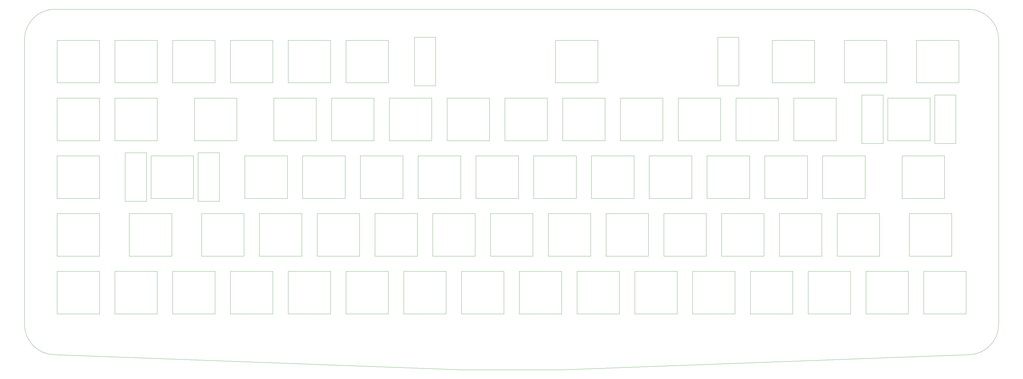
<source format=gm1>
%TF.GenerationSoftware,KiCad,Pcbnew,(6.0.11-0)*%
%TF.CreationDate,2023-07-18T22:07:46+01:00*%
%TF.ProjectId,ltbs-top,6c746273-2d74-46f7-902e-6b696361645f,0.3*%
%TF.SameCoordinates,Original*%
%TF.FileFunction,Profile,NP*%
%FSLAX46Y46*%
G04 Gerber Fmt 4.6, Leading zero omitted, Abs format (unit mm)*
G04 Created by KiCad (PCBNEW (6.0.11-0)) date 2023-07-18 22:07:46*
%MOMM*%
%LPD*%
G01*
G04 APERTURE LIST*
%TA.AperFunction,Profile*%
%ADD10C,0.100000*%
%TD*%
G04 APERTURE END LIST*
D10*
X223025000Y-122875000D02*
X223025000Y-108875000D01*
X333000000Y-136400000D02*
G75*
G03*
X343000000Y-126400000I0J10000000D01*
G01*
X237312500Y-65725000D02*
X237312500Y-51725000D01*
X282268750Y-32650000D02*
X282268750Y-46650000D01*
X46525000Y-51725000D02*
X46525000Y-65725000D01*
X306368750Y-51725000D02*
X320368750Y-51725000D01*
X70337500Y-89825000D02*
X70337500Y-103825000D01*
X284937500Y-70775000D02*
X298937500Y-70775000D01*
X333000000Y-22400000D02*
X31800000Y-22400000D01*
X108725000Y-122875000D02*
X108725000Y-108875000D01*
X227787500Y-70775000D02*
X241787500Y-70775000D01*
X127775000Y-122875000D02*
X127775000Y-108875000D01*
X166354465Y-141384442D02*
X198445535Y-141384442D01*
X51575000Y-108875000D02*
X65575000Y-108875000D01*
X268268750Y-32650000D02*
X282268750Y-32650000D01*
X46525000Y-46650000D02*
X32525000Y-46650000D01*
X89675000Y-46650000D02*
X89675000Y-32650000D01*
X127775000Y-32650000D02*
X141775000Y-32650000D01*
X242075000Y-108875000D02*
X256075000Y-108875000D01*
X156350000Y-103825000D02*
X156350000Y-89825000D01*
X313512500Y-103825000D02*
X313512500Y-89825000D01*
X113487500Y-70775000D02*
X127487500Y-70775000D01*
X103675000Y-46650000D02*
X89675000Y-46650000D01*
X227787500Y-84775000D02*
X227787500Y-70775000D01*
X65575000Y-122875000D02*
X51575000Y-122875000D01*
X203687500Y-70775000D02*
X203687500Y-84775000D01*
X46525000Y-89825000D02*
X46525000Y-103825000D01*
X32525000Y-108875000D02*
X46525000Y-108875000D01*
X210831250Y-46650000D02*
X196831250Y-46650000D01*
X241787500Y-70775000D02*
X241787500Y-84775000D01*
X32525000Y-32650000D02*
X46525000Y-32650000D01*
X77768750Y-65725000D02*
X77768750Y-51725000D01*
X303700000Y-103825000D02*
X289700000Y-103825000D01*
X320368750Y-65725000D02*
X306368750Y-65725000D01*
X275412500Y-51725000D02*
X289412500Y-51725000D01*
X51575000Y-32650000D02*
X65575000Y-32650000D01*
X213500000Y-89825000D02*
X227500000Y-89825000D01*
X251600000Y-89825000D02*
X265600000Y-89825000D01*
X108437500Y-84775000D02*
X94437500Y-84775000D01*
X77481250Y-70775000D02*
X77481250Y-84775000D01*
X65575000Y-108875000D02*
X65575000Y-122875000D01*
X198445535Y-141384442D02*
X333000000Y-136400000D01*
X270650000Y-89825000D02*
X284650000Y-89825000D01*
X132250000Y-103825000D02*
X118250000Y-103825000D01*
X175112500Y-51725000D02*
X175112500Y-65725000D01*
X327512500Y-103825000D02*
X313512500Y-103825000D01*
X184637500Y-70775000D02*
X184637500Y-84775000D01*
X21800000Y-126400000D02*
G75*
G03*
X31800000Y-136400000I10000000J0D01*
G01*
X265600000Y-103825000D02*
X251600000Y-103825000D01*
X194450000Y-89825000D02*
X208450000Y-89825000D01*
X241787500Y-84775000D02*
X227787500Y-84775000D01*
X141775000Y-122875000D02*
X127775000Y-122875000D01*
X265887500Y-70775000D02*
X279887500Y-70775000D01*
X237312500Y-51725000D02*
X251312500Y-51725000D01*
X94437500Y-84775000D02*
X94437500Y-70775000D01*
X343000000Y-32400000D02*
G75*
G03*
X333000000Y-22400000I-10000000J0D01*
G01*
X175112500Y-65725000D02*
X161112500Y-65725000D01*
X137300000Y-89825000D02*
X151300000Y-89825000D01*
X151300000Y-89825000D02*
X151300000Y-103825000D01*
X165587500Y-84775000D02*
X151587500Y-84775000D01*
X118250000Y-103825000D02*
X118250000Y-89825000D01*
X113200000Y-103825000D02*
X99200000Y-103825000D01*
X313225000Y-122875000D02*
X299225000Y-122875000D01*
X46525000Y-65725000D02*
X32525000Y-65725000D01*
X270362500Y-51725000D02*
X270362500Y-65725000D01*
X132537500Y-70775000D02*
X146537500Y-70775000D01*
X160825000Y-122875000D02*
X146825000Y-122875000D01*
X46525000Y-70775000D02*
X46525000Y-84775000D01*
X208450000Y-103825000D02*
X194450000Y-103825000D01*
X289700000Y-103825000D02*
X289700000Y-89825000D01*
X99200000Y-103825000D02*
X99200000Y-89825000D01*
X242075000Y-122875000D02*
X242075000Y-108875000D01*
X261125000Y-108875000D02*
X275125000Y-108875000D01*
X213500000Y-103825000D02*
X213500000Y-89825000D01*
X141775000Y-108875000D02*
X141775000Y-122875000D01*
X199212500Y-65725000D02*
X199212500Y-51725000D01*
X260837500Y-84775000D02*
X246837500Y-84775000D01*
X84625000Y-108875000D02*
X84625000Y-122875000D01*
X227500000Y-103825000D02*
X213500000Y-103825000D01*
X213212500Y-65725000D02*
X199212500Y-65725000D01*
X311131250Y-84775000D02*
X311131250Y-70775000D01*
X137300000Y-103825000D02*
X137300000Y-89825000D01*
X54981250Y-69775000D02*
X61981250Y-69775000D01*
X61981250Y-69775000D02*
X61981250Y-85775000D01*
X61981250Y-85775000D02*
X54981250Y-85775000D01*
X54981250Y-85775000D02*
X54981250Y-69775000D01*
X313225000Y-108875000D02*
X313225000Y-122875000D01*
X63481250Y-70775000D02*
X77481250Y-70775000D01*
X151587500Y-70775000D02*
X165587500Y-70775000D01*
X32525000Y-103825000D02*
X32525000Y-89825000D01*
X56337500Y-103825000D02*
X56337500Y-89825000D01*
X218262500Y-51725000D02*
X232262500Y-51725000D01*
X250331250Y-31650000D02*
X257331250Y-31650000D01*
X257331250Y-31650000D02*
X257331250Y-47650000D01*
X257331250Y-47650000D02*
X250331250Y-47650000D01*
X250331250Y-47650000D02*
X250331250Y-31650000D01*
X32525000Y-46650000D02*
X32525000Y-32650000D01*
X165875000Y-108875000D02*
X179875000Y-108875000D01*
X32525000Y-51725000D02*
X46525000Y-51725000D01*
X165587500Y-70775000D02*
X165587500Y-84775000D01*
X318275000Y-108875000D02*
X332275000Y-108875000D01*
X127487500Y-84775000D02*
X113487500Y-84775000D01*
X32525000Y-122875000D02*
X32525000Y-108875000D01*
X210831250Y-32650000D02*
X210831250Y-46650000D01*
X94150000Y-103825000D02*
X80150000Y-103825000D01*
X108725000Y-108875000D02*
X122725000Y-108875000D01*
X232262500Y-65725000D02*
X218262500Y-65725000D01*
X146825000Y-108875000D02*
X160825000Y-108875000D01*
X327512500Y-89825000D02*
X327512500Y-103825000D01*
X189400000Y-89825000D02*
X189400000Y-103825000D01*
X292081250Y-46650000D02*
X292081250Y-32650000D01*
X208737500Y-70775000D02*
X222737500Y-70775000D01*
X315893750Y-46650000D02*
X315893750Y-32650000D01*
X31800000Y-22400000D02*
G75*
G03*
X21800000Y-32400000I0J-10000000D01*
G01*
X91768750Y-51725000D02*
X91768750Y-65725000D01*
X297868750Y-50725000D02*
X304868750Y-50725000D01*
X304868750Y-50725000D02*
X304868750Y-66725000D01*
X304868750Y-66725000D02*
X297868750Y-66725000D01*
X297868750Y-66725000D02*
X297868750Y-50725000D01*
X203975000Y-122875000D02*
X203975000Y-108875000D01*
X282268750Y-46650000D02*
X268268750Y-46650000D01*
X21800000Y-32400000D02*
X21800000Y-126400000D01*
X180162500Y-51725000D02*
X194162500Y-51725000D01*
X51575000Y-51725000D02*
X65575000Y-51725000D01*
X184925000Y-122875000D02*
X184925000Y-108875000D01*
X122725000Y-46650000D02*
X108725000Y-46650000D01*
X198925000Y-122875000D02*
X184925000Y-122875000D01*
X127775000Y-46650000D02*
X127775000Y-32650000D01*
X246550000Y-103825000D02*
X232550000Y-103825000D01*
X294175000Y-108875000D02*
X294175000Y-122875000D01*
X217975000Y-108875000D02*
X217975000Y-122875000D01*
X261125000Y-122875000D02*
X261125000Y-108875000D01*
X246837500Y-84775000D02*
X246837500Y-70775000D01*
X78981250Y-69775000D02*
X85981250Y-69775000D01*
X85981250Y-69775000D02*
X85981250Y-85775000D01*
X85981250Y-85775000D02*
X78981250Y-85775000D01*
X78981250Y-85775000D02*
X78981250Y-69775000D01*
X141775000Y-32650000D02*
X141775000Y-46650000D01*
X256075000Y-108875000D02*
X256075000Y-122875000D01*
X165875000Y-122875000D02*
X165875000Y-108875000D01*
X103675000Y-108875000D02*
X103675000Y-122875000D01*
X213212500Y-51725000D02*
X213212500Y-65725000D01*
X260837500Y-70775000D02*
X260837500Y-84775000D01*
X179875000Y-108875000D02*
X179875000Y-122875000D01*
X146537500Y-70775000D02*
X146537500Y-84775000D01*
X237025000Y-108875000D02*
X237025000Y-122875000D01*
X270362500Y-65725000D02*
X256362500Y-65725000D01*
X232550000Y-89825000D02*
X246550000Y-89825000D01*
X51575000Y-122875000D02*
X51575000Y-108875000D01*
X89675000Y-32650000D02*
X103675000Y-32650000D01*
X94437500Y-70775000D02*
X108437500Y-70775000D01*
X150331250Y-31650000D02*
X157331250Y-31650000D01*
X157331250Y-31650000D02*
X157331250Y-47650000D01*
X157331250Y-47650000D02*
X150331250Y-47650000D01*
X150331250Y-47650000D02*
X150331250Y-31650000D01*
X299225000Y-122875000D02*
X299225000Y-108875000D01*
X203975000Y-108875000D02*
X217975000Y-108875000D01*
X332275000Y-108875000D02*
X332275000Y-122875000D01*
X170637500Y-70775000D02*
X184637500Y-70775000D01*
X284650000Y-103825000D02*
X270650000Y-103825000D01*
X108725000Y-32650000D02*
X122725000Y-32650000D01*
X208450000Y-89825000D02*
X208450000Y-103825000D01*
X156062500Y-65725000D02*
X142062500Y-65725000D01*
X77481250Y-84775000D02*
X63481250Y-84775000D01*
X251312500Y-65725000D02*
X237312500Y-65725000D01*
X329893750Y-32650000D02*
X329893750Y-46650000D01*
X161112500Y-51725000D02*
X175112500Y-51725000D01*
X151587500Y-84775000D02*
X151587500Y-70775000D01*
X199212500Y-51725000D02*
X213212500Y-51725000D01*
X284937500Y-84775000D02*
X284937500Y-70775000D01*
X46525000Y-108875000D02*
X46525000Y-122875000D01*
X94150000Y-89825000D02*
X94150000Y-103825000D01*
X31800000Y-136400000D02*
X166354465Y-141384442D01*
X123012500Y-51725000D02*
X137012500Y-51725000D01*
X265600000Y-89825000D02*
X265600000Y-103825000D01*
X223025000Y-108875000D02*
X237025000Y-108875000D01*
X343000000Y-32400000D02*
X343000000Y-126400000D01*
X123012500Y-65725000D02*
X123012500Y-51725000D01*
X32525000Y-65725000D02*
X32525000Y-51725000D01*
X103675000Y-32650000D02*
X103675000Y-46650000D01*
X46525000Y-103825000D02*
X32525000Y-103825000D01*
X132250000Y-89825000D02*
X132250000Y-103825000D01*
X84625000Y-46650000D02*
X70625000Y-46650000D01*
X122725000Y-108875000D02*
X122725000Y-122875000D01*
X292081250Y-32650000D02*
X306081250Y-32650000D01*
X289412500Y-65725000D02*
X275412500Y-65725000D01*
X299225000Y-108875000D02*
X313225000Y-108875000D01*
X103962500Y-51725000D02*
X117962500Y-51725000D01*
X46525000Y-122875000D02*
X32525000Y-122875000D01*
X275125000Y-122875000D02*
X261125000Y-122875000D01*
X103962500Y-65725000D02*
X103962500Y-51725000D01*
X180162500Y-65725000D02*
X180162500Y-51725000D01*
X279887500Y-84775000D02*
X265887500Y-84775000D01*
X217975000Y-122875000D02*
X203975000Y-122875000D01*
X289700000Y-89825000D02*
X303700000Y-89825000D01*
X141775000Y-46650000D02*
X127775000Y-46650000D01*
X156062500Y-51725000D02*
X156062500Y-65725000D01*
X89675000Y-122875000D02*
X89675000Y-108875000D01*
X251600000Y-103825000D02*
X251600000Y-89825000D01*
X256075000Y-122875000D02*
X242075000Y-122875000D01*
X303700000Y-89825000D02*
X303700000Y-103825000D01*
X142062500Y-51725000D02*
X156062500Y-51725000D01*
X156350000Y-89825000D02*
X170350000Y-89825000D01*
X232550000Y-103825000D02*
X232550000Y-89825000D01*
X313512500Y-89825000D02*
X327512500Y-89825000D01*
X232262500Y-51725000D02*
X232262500Y-65725000D01*
X70625000Y-32650000D02*
X84625000Y-32650000D01*
X318275000Y-122875000D02*
X318275000Y-108875000D01*
X265887500Y-84775000D02*
X265887500Y-70775000D01*
X51575000Y-46650000D02*
X51575000Y-32650000D01*
X325131250Y-70775000D02*
X325131250Y-84775000D01*
X70625000Y-46650000D02*
X70625000Y-32650000D01*
X175400000Y-89825000D02*
X189400000Y-89825000D01*
X137012500Y-65725000D02*
X123012500Y-65725000D01*
X306081250Y-32650000D02*
X306081250Y-46650000D01*
X294175000Y-122875000D02*
X280175000Y-122875000D01*
X146825000Y-122875000D02*
X146825000Y-108875000D01*
X256362500Y-65725000D02*
X256362500Y-51725000D01*
X142062500Y-65725000D02*
X142062500Y-51725000D01*
X117962500Y-51725000D02*
X117962500Y-65725000D01*
X237025000Y-122875000D02*
X223025000Y-122875000D01*
X315893750Y-32650000D02*
X329893750Y-32650000D01*
X46525000Y-84775000D02*
X32525000Y-84775000D01*
X65575000Y-51725000D02*
X65575000Y-65725000D01*
X189687500Y-70775000D02*
X203687500Y-70775000D01*
X306368750Y-65725000D02*
X306368750Y-51725000D01*
X46525000Y-32650000D02*
X46525000Y-46650000D01*
X196831250Y-46650000D02*
X196831250Y-32650000D01*
X306081250Y-46650000D02*
X292081250Y-46650000D01*
X298937500Y-70775000D02*
X298937500Y-84775000D01*
X32525000Y-70775000D02*
X46525000Y-70775000D01*
X63481250Y-84775000D02*
X63481250Y-70775000D01*
X127487500Y-70775000D02*
X127487500Y-84775000D01*
X113487500Y-84775000D02*
X113487500Y-70775000D01*
X161112500Y-65725000D02*
X161112500Y-51725000D01*
X246837500Y-70775000D02*
X260837500Y-70775000D01*
X179875000Y-122875000D02*
X165875000Y-122875000D01*
X194450000Y-103825000D02*
X194450000Y-89825000D01*
X132537500Y-84775000D02*
X132537500Y-70775000D01*
X65575000Y-65725000D02*
X51575000Y-65725000D01*
X194162500Y-51725000D02*
X194162500Y-65725000D01*
X222737500Y-70775000D02*
X222737500Y-84775000D01*
X65575000Y-32650000D02*
X65575000Y-46650000D01*
X146537500Y-84775000D02*
X132537500Y-84775000D01*
X70625000Y-122875000D02*
X70625000Y-108875000D01*
X91768750Y-65725000D02*
X77768750Y-65725000D01*
X127775000Y-108875000D02*
X141775000Y-108875000D01*
X160825000Y-108875000D02*
X160825000Y-122875000D01*
X284650000Y-89825000D02*
X284650000Y-103825000D01*
X122725000Y-32650000D02*
X122725000Y-46650000D01*
X280175000Y-122875000D02*
X280175000Y-108875000D01*
X246550000Y-89825000D02*
X246550000Y-103825000D01*
X65575000Y-46650000D02*
X51575000Y-46650000D01*
X108725000Y-46650000D02*
X108725000Y-32650000D01*
X175400000Y-103825000D02*
X175400000Y-89825000D01*
X298937500Y-84775000D02*
X284937500Y-84775000D01*
X137012500Y-51725000D02*
X137012500Y-65725000D01*
X203687500Y-84775000D02*
X189687500Y-84775000D01*
X332275000Y-122875000D02*
X318275000Y-122875000D01*
X311131250Y-70775000D02*
X325131250Y-70775000D01*
X77768750Y-51725000D02*
X91768750Y-51725000D01*
X108437500Y-70775000D02*
X108437500Y-84775000D01*
X117962500Y-65725000D02*
X103962500Y-65725000D01*
X151300000Y-103825000D02*
X137300000Y-103825000D01*
X56337500Y-89825000D02*
X70337500Y-89825000D01*
X170350000Y-103825000D02*
X156350000Y-103825000D01*
X99200000Y-89825000D02*
X113200000Y-89825000D01*
X270650000Y-103825000D02*
X270650000Y-89825000D01*
X84625000Y-32650000D02*
X84625000Y-46650000D01*
X118250000Y-89825000D02*
X132250000Y-89825000D01*
X51575000Y-65725000D02*
X51575000Y-51725000D01*
X279887500Y-70775000D02*
X279887500Y-84775000D01*
X32525000Y-89825000D02*
X46525000Y-89825000D01*
X329893750Y-46650000D02*
X315893750Y-46650000D01*
X320368750Y-51725000D02*
X320368750Y-65725000D01*
X222737500Y-84775000D02*
X208737500Y-84775000D01*
X280175000Y-108875000D02*
X294175000Y-108875000D01*
X198925000Y-108875000D02*
X198925000Y-122875000D01*
X289412500Y-51725000D02*
X289412500Y-65725000D01*
X227500000Y-89825000D02*
X227500000Y-103825000D01*
X84625000Y-122875000D02*
X70625000Y-122875000D01*
X196831250Y-32650000D02*
X210831250Y-32650000D01*
X170350000Y-89825000D02*
X170350000Y-103825000D01*
X251312500Y-51725000D02*
X251312500Y-65725000D01*
X80150000Y-103825000D02*
X80150000Y-89825000D01*
X268268750Y-46650000D02*
X268268750Y-32650000D01*
X113200000Y-89825000D02*
X113200000Y-103825000D01*
X189400000Y-103825000D02*
X175400000Y-103825000D01*
X70625000Y-108875000D02*
X84625000Y-108875000D01*
X275412500Y-65725000D02*
X275412500Y-51725000D01*
X89675000Y-108875000D02*
X103675000Y-108875000D01*
X122725000Y-122875000D02*
X108725000Y-122875000D01*
X275125000Y-108875000D02*
X275125000Y-122875000D01*
X184637500Y-84775000D02*
X170637500Y-84775000D01*
X103675000Y-122875000D02*
X89675000Y-122875000D01*
X321868750Y-50725000D02*
X328868750Y-50725000D01*
X328868750Y-50725000D02*
X328868750Y-66725000D01*
X328868750Y-66725000D02*
X321868750Y-66725000D01*
X321868750Y-66725000D02*
X321868750Y-50725000D01*
X80150000Y-89825000D02*
X94150000Y-89825000D01*
X170637500Y-84775000D02*
X170637500Y-70775000D01*
X256362500Y-51725000D02*
X270362500Y-51725000D01*
X184925000Y-108875000D02*
X198925000Y-108875000D01*
X189687500Y-84775000D02*
X189687500Y-70775000D01*
X325131250Y-84775000D02*
X311131250Y-84775000D01*
X218262500Y-65725000D02*
X218262500Y-51725000D01*
X32525000Y-84775000D02*
X32525000Y-70775000D01*
X208737500Y-84775000D02*
X208737500Y-70775000D01*
X194162500Y-65725000D02*
X180162500Y-65725000D01*
X70337500Y-103825000D02*
X56337500Y-103825000D01*
M02*

</source>
